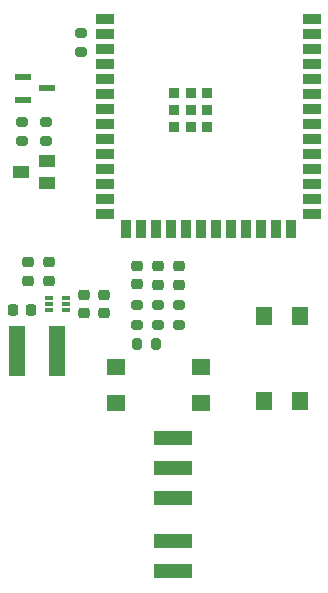
<source format=gtp>
%TF.GenerationSoftware,KiCad,Pcbnew,7.0.7*%
%TF.CreationDate,2024-02-09T14:16:11-05:00*%
%TF.ProjectId,key-fob-pcb,6b65792d-666f-4622-9d70-63622e6b6963,rev?*%
%TF.SameCoordinates,Original*%
%TF.FileFunction,Paste,Top*%
%TF.FilePolarity,Positive*%
%FSLAX46Y46*%
G04 Gerber Fmt 4.6, Leading zero omitted, Abs format (unit mm)*
G04 Created by KiCad (PCBNEW 7.0.7) date 2024-02-09 14:16:11*
%MOMM*%
%LPD*%
G01*
G04 APERTURE LIST*
G04 Aperture macros list*
%AMRoundRect*
0 Rectangle with rounded corners*
0 $1 Rounding radius*
0 $2 $3 $4 $5 $6 $7 $8 $9 X,Y pos of 4 corners*
0 Add a 4 corners polygon primitive as box body*
4,1,4,$2,$3,$4,$5,$6,$7,$8,$9,$2,$3,0*
0 Add four circle primitives for the rounded corners*
1,1,$1+$1,$2,$3*
1,1,$1+$1,$4,$5*
1,1,$1+$1,$6,$7*
1,1,$1+$1,$8,$9*
0 Add four rect primitives between the rounded corners*
20,1,$1+$1,$2,$3,$4,$5,0*
20,1,$1+$1,$4,$5,$6,$7,0*
20,1,$1+$1,$6,$7,$8,$9,0*
20,1,$1+$1,$8,$9,$2,$3,0*%
G04 Aperture macros list end*
%ADD10R,3.180000X1.270000*%
%ADD11RoundRect,0.225000X-0.250000X0.225000X-0.250000X-0.225000X0.250000X-0.225000X0.250000X0.225000X0*%
%ADD12RoundRect,0.225000X0.250000X-0.225000X0.250000X0.225000X-0.250000X0.225000X-0.250000X-0.225000X0*%
%ADD13RoundRect,0.225000X0.225000X0.250000X-0.225000X0.250000X-0.225000X-0.250000X0.225000X-0.250000X0*%
%ADD14R,0.900000X0.900000*%
%ADD15R,1.500000X0.900000*%
%ADD16R,0.900000X1.500000*%
%ADD17R,1.400000X1.000000*%
%ADD18R,0.670001X0.299999*%
%ADD19R,1.400000X1.600000*%
%ADD20R,1.600000X1.400000*%
%ADD21RoundRect,0.200000X-0.275000X0.200000X-0.275000X-0.200000X0.275000X-0.200000X0.275000X0.200000X0*%
%ADD22RoundRect,0.200000X0.275000X-0.200000X0.275000X0.200000X-0.275000X0.200000X-0.275000X-0.200000X0*%
%ADD23RoundRect,0.200000X0.200000X0.275000X-0.200000X0.275000X-0.200000X-0.275000X0.200000X-0.275000X0*%
%ADD24RoundRect,0.088500X-0.561500X-0.206500X0.561500X-0.206500X0.561500X0.206500X-0.561500X0.206500X0*%
%ADD25R,1.447800X4.191000*%
%ADD26RoundRect,0.218750X0.256250X-0.218750X0.256250X0.218750X-0.256250X0.218750X-0.256250X-0.218750X0*%
G04 APERTURE END LIST*
D10*
%TO.C,J1*%
X154220000Y-139480000D03*
X154220000Y-142020000D03*
%TD*%
D11*
%TO.C,C3*%
X148450000Y-118625000D03*
X148450000Y-120175000D03*
%TD*%
D12*
%TO.C,R4*%
X142000000Y-117400000D03*
X142000000Y-115850000D03*
%TD*%
D11*
%TO.C,R3*%
X143750000Y-115850000D03*
X143750000Y-117400000D03*
%TD*%
%TO.C,C2*%
X146750000Y-120175000D03*
X146750000Y-118625000D03*
%TD*%
D13*
%TO.C,C1*%
X142275000Y-119900000D03*
X140725000Y-119900000D03*
%TD*%
D10*
%TO.C,J2*%
X154220000Y-130710000D03*
X154220000Y-133250000D03*
X154220000Y-135790000D03*
%TD*%
D14*
%TO.C,U4*%
X157150000Y-104360000D03*
X157150000Y-102960000D03*
X157150000Y-101560000D03*
X155750000Y-104360000D03*
X155750000Y-102960000D03*
X155750000Y-101560000D03*
X155750000Y-101560000D03*
X154350000Y-104360000D03*
X154350000Y-104360000D03*
X154350000Y-102960000D03*
X154350000Y-101560000D03*
D15*
X166000000Y-95240000D03*
X166000000Y-96510000D03*
X166000000Y-97780000D03*
X166000000Y-99050000D03*
X166000000Y-100320000D03*
X166000000Y-101590000D03*
X166000000Y-102860000D03*
X166000000Y-104130000D03*
X166000000Y-105400000D03*
X166000000Y-106670000D03*
X166000000Y-107940000D03*
X166000000Y-109210000D03*
X166000000Y-110480000D03*
X166000000Y-111750000D03*
D16*
X164235000Y-113000000D03*
X162965000Y-113000000D03*
X161695000Y-113000000D03*
X160425000Y-113000000D03*
X159155000Y-113000000D03*
X157885000Y-113000000D03*
X156615000Y-113000000D03*
X155345000Y-113000000D03*
X154075000Y-113000000D03*
X152805000Y-113000000D03*
X151535000Y-113000000D03*
X150265000Y-113000000D03*
D15*
X148500000Y-111750000D03*
X148500000Y-110480000D03*
X148500000Y-109210000D03*
X148500000Y-107940000D03*
X148500000Y-106670000D03*
X148500000Y-105400000D03*
X148500000Y-104130000D03*
X148500000Y-102860000D03*
X148500000Y-101590000D03*
X148500000Y-100320000D03*
X148500000Y-99050000D03*
X148500000Y-97780000D03*
X148500000Y-96510000D03*
X148500000Y-95240000D03*
%TD*%
D17*
%TO.C,U3*%
X141400000Y-108225000D03*
X143600000Y-107275000D03*
X143600000Y-109175000D03*
%TD*%
D18*
%TO.C,U2*%
X143750000Y-118899999D03*
X143750000Y-119399998D03*
X143750000Y-119900000D03*
X145230002Y-119900000D03*
X145230002Y-119399998D03*
X145230002Y-118899999D03*
%TD*%
D19*
%TO.C,SW2*%
X165000000Y-127600000D03*
X165000000Y-120400000D03*
X162000000Y-127600000D03*
X162000000Y-120400000D03*
%TD*%
D20*
%TO.C,SW1*%
X149400000Y-127750000D03*
X156600000Y-127750000D03*
X149400000Y-124750000D03*
X156600000Y-124750000D03*
%TD*%
D21*
%TO.C,R13*%
X143500000Y-105600000D03*
X143500000Y-103950000D03*
%TD*%
%TO.C,R12*%
X141450000Y-105600000D03*
X141450000Y-103950000D03*
%TD*%
D22*
%TO.C,R9*%
X154750000Y-119500000D03*
X154750000Y-121150000D03*
%TD*%
%TO.C,R8*%
X153000000Y-121150000D03*
X153000000Y-119500000D03*
%TD*%
%TO.C,R7*%
X151250000Y-119500000D03*
X151250000Y-121150000D03*
%TD*%
D21*
%TO.C,R2*%
X146500000Y-96425000D03*
X146500000Y-98075000D03*
%TD*%
D23*
%TO.C,R1*%
X151175000Y-122800000D03*
X152825000Y-122800000D03*
%TD*%
D24*
%TO.C,Q1*%
X143575000Y-101125000D03*
X141525000Y-102075000D03*
X141525000Y-100175000D03*
%TD*%
D25*
%TO.C,L1*%
X144477200Y-123400000D03*
X141022800Y-123400000D03*
%TD*%
D26*
%TO.C,D3*%
X154750000Y-116175000D03*
X154750000Y-117750000D03*
%TD*%
%TO.C,D2*%
X153000000Y-116175000D03*
X153000000Y-117750000D03*
%TD*%
%TO.C,D1*%
X151250000Y-116137500D03*
X151250000Y-117712500D03*
%TD*%
M02*

</source>
